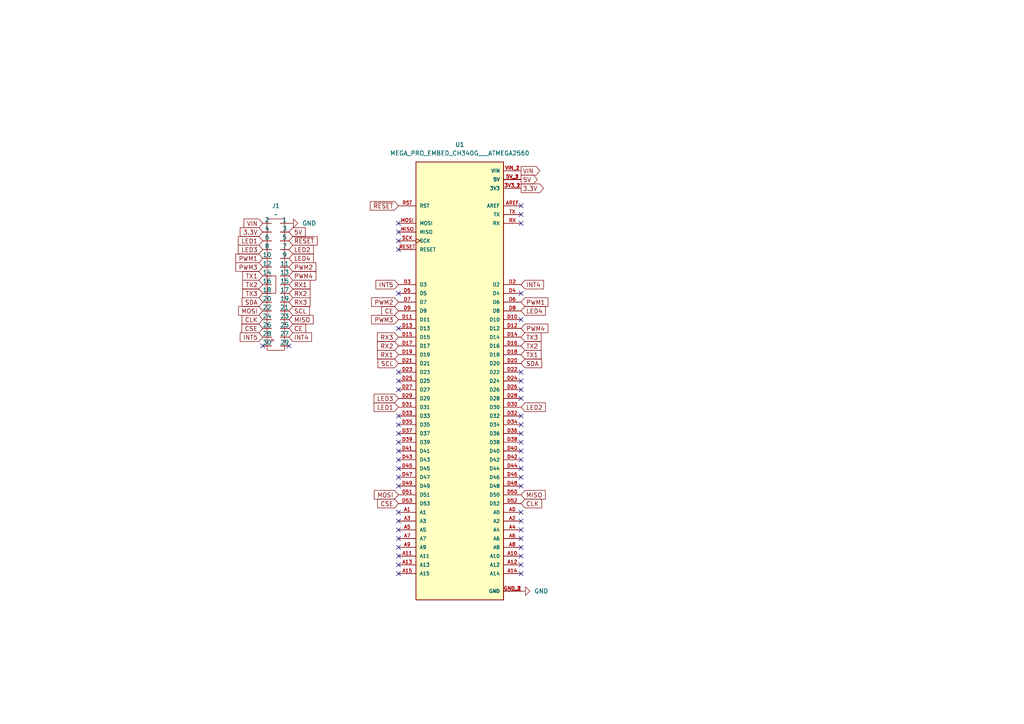
<source format=kicad_sch>
(kicad_sch
	(version 20231120)
	(generator "eeschema")
	(generator_version "8.0")
	(uuid "e60a0883-7644-45ed-83bb-c4bcc2ea357f")
	(paper "A4")
	(lib_symbols
		(symbol "IDC_connector:IDC_2x15_Mod_standard"
			(pin_numbers hide)
			(pin_names
				(offset 0)
			)
			(exclude_from_sim no)
			(in_bom yes)
			(on_board yes)
			(property "Reference" "J"
				(at -3.81 13.97 0)
				(effects
					(font
						(size 1.27 1.27)
					)
				)
			)
			(property "Value" ""
				(at -3.81 15.24 0)
				(effects
					(font
						(size 1.27 1.27)
					)
				)
			)
			(property "Footprint" "Connector_IDC:IDC-Header_2x15_P2.54mm_Horizontal"
				(at -4.826 28.702 0)
				(effects
					(font
						(size 1.27 1.27)
					)
					(hide yes)
				)
			)
			(property "Datasheet" ""
				(at -3.81 15.24 0)
				(effects
					(font
						(size 1.27 1.27)
					)
					(hide yes)
				)
			)
			(property "Description" "IDC connector, 2x15, THT"
				(at -3.556 -13.462 0)
				(effects
					(font
						(size 1.27 1.27)
					)
					(hide yes)
				)
			)
			(symbol "IDC_2x15_Mod_standard_0_1"
				(rectangle
					(start -6.35 26.67)
					(end -1.27 -11.43)
					(stroke
						(width 0)
						(type default)
					)
					(fill
						(type none)
					)
				)
			)
			(symbol "IDC_2x15_Mod_standard_1_1"
				(rectangle
					(start -3.81 10.16)
					(end -6.35 5.08)
					(stroke
						(width 0)
						(type default)
					)
					(fill
						(type none)
					)
				)
				(polyline
					(pts
						(xy -5.08 -8.89) (xy -4.3604 -8.4987) (xy -5.0777 -8.133) (xy -5.08 -8.89)
					)
					(stroke
						(width 0)
						(type default)
					)
					(fill
						(type none)
					)
				)
				(pin bidirectional line
					(at 0 -10.16 180)
					(length 2.54)
					(name "29"
						(effects
							(font
								(size 1.27 1.27)
							)
						)
					)
					(number "1"
						(effects
							(font
								(size 1.27 1.27)
							)
						)
					)
				)
				(pin bidirectional line
					(at -7.62 0 0)
					(length 2.54)
					(name "22"
						(effects
							(font
								(size 1.27 1.27)
							)
						)
					)
					(number "10"
						(effects
							(font
								(size 1.27 1.27)
							)
						)
					)
				)
				(pin bidirectional line
					(at 0 2.54 180)
					(length 2.54)
					(name "19"
						(effects
							(font
								(size 1.27 1.27)
							)
						)
					)
					(number "11"
						(effects
							(font
								(size 1.27 1.27)
							)
						)
					)
				)
				(pin bidirectional line
					(at -7.62 2.54 0)
					(length 2.54)
					(name "20"
						(effects
							(font
								(size 1.27 1.27)
							)
						)
					)
					(number "12"
						(effects
							(font
								(size 1.27 1.27)
							)
						)
					)
				)
				(pin bidirectional line
					(at 0 5.08 180)
					(length 2.54)
					(name "17"
						(effects
							(font
								(size 1.27 1.27)
							)
						)
					)
					(number "13"
						(effects
							(font
								(size 1.27 1.27)
							)
						)
					)
				)
				(pin bidirectional line
					(at -7.62 5.08 0)
					(length 2.54)
					(name "18"
						(effects
							(font
								(size 1.27 1.27)
							)
						)
					)
					(number "14"
						(effects
							(font
								(size 1.27 1.27)
							)
						)
					)
				)
				(pin bidirectional line
					(at 0 7.62 180)
					(length 2.54)
					(name "15"
						(effects
							(font
								(size 1.27 1.27)
							)
						)
					)
					(number "15"
						(effects
							(font
								(size 1.27 1.27)
							)
						)
					)
				)
				(pin bidirectional line
					(at -7.62 7.62 0)
					(length 2.54)
					(name "16"
						(effects
							(font
								(size 1.27 1.27)
							)
						)
					)
					(number "16"
						(effects
							(font
								(size 1.27 1.27)
							)
						)
					)
				)
				(pin bidirectional line
					(at 0 10.16 180)
					(length 2.54)
					(name "13"
						(effects
							(font
								(size 1.27 1.27)
							)
						)
					)
					(number "17"
						(effects
							(font
								(size 1.27 1.27)
							)
						)
					)
				)
				(pin bidirectional line
					(at -7.62 10.16 0)
					(length 2.54)
					(name "14"
						(effects
							(font
								(size 1.27 1.27)
							)
						)
					)
					(number "18"
						(effects
							(font
								(size 1.27 1.27)
							)
						)
					)
				)
				(pin bidirectional line
					(at 0 12.7 180)
					(length 2.54)
					(name "11"
						(effects
							(font
								(size 1.27 1.27)
							)
						)
					)
					(number "19"
						(effects
							(font
								(size 1.27 1.27)
							)
						)
					)
				)
				(pin bidirectional line
					(at -7.62 -10.16 0)
					(length 2.54)
					(name "30"
						(effects
							(font
								(size 1.27 1.27)
							)
						)
					)
					(number "2"
						(effects
							(font
								(size 1.27 1.27)
							)
						)
					)
				)
				(pin bidirectional line
					(at -7.62 12.7 0)
					(length 2.54)
					(name "12"
						(effects
							(font
								(size 1.27 1.27)
							)
						)
					)
					(number "20"
						(effects
							(font
								(size 1.27 1.27)
							)
						)
					)
				)
				(pin bidirectional line
					(at 0 15.24 180)
					(length 2.54)
					(name "9"
						(effects
							(font
								(size 1.27 1.27)
							)
						)
					)
					(number "21"
						(effects
							(font
								(size 1.27 1.27)
							)
						)
					)
				)
				(pin bidirectional line
					(at -7.62 15.24 0)
					(length 2.54)
					(name "10"
						(effects
							(font
								(size 1.27 1.27)
							)
						)
					)
					(number "22"
						(effects
							(font
								(size 1.27 1.27)
							)
						)
					)
				)
				(pin bidirectional line
					(at 0 17.78 180)
					(length 2.54)
					(name "7"
						(effects
							(font
								(size 1.27 1.27)
							)
						)
					)
					(number "23"
						(effects
							(font
								(size 1.27 1.27)
							)
						)
					)
				)
				(pin bidirectional line
					(at -7.62 17.78 0)
					(length 2.54)
					(name "8"
						(effects
							(font
								(size 1.27 1.27)
							)
						)
					)
					(number "24"
						(effects
							(font
								(size 1.27 1.27)
							)
						)
					)
				)
				(pin bidirectional line
					(at 0 20.32 180)
					(length 2.54)
					(name "5"
						(effects
							(font
								(size 1.27 1.27)
							)
						)
					)
					(number "25"
						(effects
							(font
								(size 1.27 1.27)
							)
						)
					)
				)
				(pin bidirectional line
					(at -7.62 20.32 0)
					(length 2.54)
					(name "6"
						(effects
							(font
								(size 1.27 1.27)
							)
						)
					)
					(number "26"
						(effects
							(font
								(size 1.27 1.27)
							)
						)
					)
				)
				(pin bidirectional line
					(at 0 22.86 180)
					(length 2.54)
					(name "3"
						(effects
							(font
								(size 1.27 1.27)
							)
						)
					)
					(number "27"
						(effects
							(font
								(size 1.27 1.27)
							)
						)
					)
				)
				(pin bidirectional line
					(at -7.62 22.86 0)
					(length 2.54)
					(name "4"
						(effects
							(font
								(size 1.27 1.27)
							)
						)
					)
					(number "28"
						(effects
							(font
								(size 1.27 1.27)
							)
						)
					)
				)
				(pin bidirectional line
					(at 0 25.4 180)
					(length 2.54)
					(name "1"
						(effects
							(font
								(size 1.27 1.27)
							)
						)
					)
					(number "29"
						(effects
							(font
								(size 1.27 1.27)
							)
						)
					)
				)
				(pin bidirectional line
					(at 0 -7.62 180)
					(length 2.54)
					(name "27"
						(effects
							(font
								(size 1.27 1.27)
							)
						)
					)
					(number "3"
						(effects
							(font
								(size 1.27 1.27)
							)
						)
					)
				)
				(pin bidirectional line
					(at -7.62 25.4 0)
					(length 2.54)
					(name "2"
						(effects
							(font
								(size 1.27 1.27)
							)
						)
					)
					(number "30"
						(effects
							(font
								(size 1.27 1.27)
							)
						)
					)
				)
				(pin bidirectional line
					(at -7.62 -7.62 0)
					(length 2.54)
					(name "28"
						(effects
							(font
								(size 1.27 1.27)
							)
						)
					)
					(number "4"
						(effects
							(font
								(size 1.27 1.27)
							)
						)
					)
				)
				(pin bidirectional line
					(at 0 -5.08 180)
					(length 2.54)
					(name "25"
						(effects
							(font
								(size 1.27 1.27)
							)
						)
					)
					(number "5"
						(effects
							(font
								(size 1.27 1.27)
							)
						)
					)
				)
				(pin bidirectional line
					(at -7.62 -5.08 0)
					(length 2.54)
					(name "26"
						(effects
							(font
								(size 1.27 1.27)
							)
						)
					)
					(number "6"
						(effects
							(font
								(size 1.27 1.27)
							)
						)
					)
				)
				(pin bidirectional line
					(at 0 -2.54 180)
					(length 2.54)
					(name "23"
						(effects
							(font
								(size 1.27 1.27)
							)
						)
					)
					(number "7"
						(effects
							(font
								(size 1.27 1.27)
							)
						)
					)
				)
				(pin bidirectional line
					(at -7.62 -2.54 0)
					(length 2.54)
					(name "24"
						(effects
							(font
								(size 1.27 1.27)
							)
						)
					)
					(number "8"
						(effects
							(font
								(size 1.27 1.27)
							)
						)
					)
				)
				(pin bidirectional line
					(at 0 0 180)
					(length 2.54)
					(name "21"
						(effects
							(font
								(size 1.27 1.27)
							)
						)
					)
					(number "9"
						(effects
							(font
								(size 1.27 1.27)
							)
						)
					)
				)
			)
		)
		(symbol "MEGA_PRO_EMBED_CH340G___ATMEGA2560:MEGA_PRO_EMBED_CH340G___ATMEGA2560"
			(pin_names
				(offset 1.016)
			)
			(exclude_from_sim no)
			(in_bom yes)
			(on_board yes)
			(property "Reference" "U"
				(at -12.7 63.5 0)
				(effects
					(font
						(size 1.27 1.27)
					)
					(justify left bottom)
				)
			)
			(property "Value" "MEGA_PRO_EMBED_CH340G___ATMEGA2560"
				(at -12.7 -66.04 0)
				(effects
					(font
						(size 1.27 1.27)
					)
					(justify left bottom)
				)
			)
			(property "Footprint" "MEGA_PRO_EMBED_CH340G___ATMEGA2560:MODULE_MEGA_PRO_EMBED_CH340G___ATMEGA2560"
				(at 0 0 0)
				(effects
					(font
						(size 1.27 1.27)
					)
					(justify bottom)
					(hide yes)
				)
			)
			(property "Datasheet" ""
				(at 0 0 0)
				(effects
					(font
						(size 1.27 1.27)
					)
					(hide yes)
				)
			)
			(property "Description" ""
				(at 0 0 0)
				(effects
					(font
						(size 1.27 1.27)
					)
					(hide yes)
				)
			)
			(property "MF" "Robotdyn"
				(at 0 0 0)
				(effects
					(font
						(size 1.27 1.27)
					)
					(justify bottom)
					(hide yes)
				)
			)
			(property "Description_1" "\n"
				(at 0 0 0)
				(effects
					(font
						(size 1.27 1.27)
					)
					(justify bottom)
					(hide yes)
				)
			)
			(property "Package" "None"
				(at 0 0 0)
				(effects
					(font
						(size 1.27 1.27)
					)
					(justify bottom)
					(hide yes)
				)
			)
			(property "Price" "None"
				(at 0 0 0)
				(effects
					(font
						(size 1.27 1.27)
					)
					(justify bottom)
					(hide yes)
				)
			)
			(property "Check_prices" "https://www.snapeda.com/parts/Mega%20Pro%20Embed%20CH340G%20/%20ATmega2560/Robotdyn/view-part/?ref=eda"
				(at 0 0 0)
				(effects
					(font
						(size 1.27 1.27)
					)
					(justify bottom)
					(hide yes)
				)
			)
			(property "MAXIMUM_PACKAGE_HIEGHT" ""
				(at 0 0 0)
				(effects
					(font
						(size 1.27 1.27)
					)
					(justify bottom)
					(hide yes)
				)
			)
			(property "STANDARD" "Manufacturer Recommendations"
				(at 0 0 0)
				(effects
					(font
						(size 1.27 1.27)
					)
					(justify bottom)
					(hide yes)
				)
			)
			(property "PARTREV" "12/May/2017"
				(at 0 0 0)
				(effects
					(font
						(size 1.27 1.27)
					)
					(justify bottom)
					(hide yes)
				)
			)
			(property "SnapEDA_Link" "https://www.snapeda.com/parts/Mega%20Pro%20Embed%20CH340G%20/%20ATmega2560/Robotdyn/view-part/?ref=snap"
				(at 0 0 0)
				(effects
					(font
						(size 1.27 1.27)
					)
					(justify bottom)
					(hide yes)
				)
			)
			(property "MP" "Mega Pro Embed CH340G / ATmega2560"
				(at 0 0 0)
				(effects
					(font
						(size 1.27 1.27)
					)
					(justify bottom)
					(hide yes)
				)
			)
			(property "Availability" "Not in stock"
				(at 0 0 0)
				(effects
					(font
						(size 1.27 1.27)
					)
					(justify bottom)
					(hide yes)
				)
			)
			(property "MANUFACTURER" "Robotdyn"
				(at 0 0 0)
				(effects
					(font
						(size 1.27 1.27)
					)
					(justify bottom)
					(hide yes)
				)
			)
			(symbol "MEGA_PRO_EMBED_CH340G___ATMEGA2560_0_0"
				(rectangle
					(start -12.7 -63.5)
					(end 12.7 63.5)
					(stroke
						(width 0.254)
						(type default)
					)
					(fill
						(type background)
					)
				)
				(pin power_in line
					(at 17.78 55.88 180)
					(length 5.08)
					(name "3V3"
						(effects
							(font
								(size 1.016 1.016)
							)
						)
					)
					(number "3V3_1"
						(effects
							(font
								(size 1.016 1.016)
							)
						)
					)
				)
				(pin power_in line
					(at 17.78 55.88 180)
					(length 5.08)
					(name "3V3"
						(effects
							(font
								(size 1.016 1.016)
							)
						)
					)
					(number "3V3_2"
						(effects
							(font
								(size 1.016 1.016)
							)
						)
					)
				)
				(pin power_in line
					(at 17.78 58.42 180)
					(length 5.08)
					(name "5V"
						(effects
							(font
								(size 1.016 1.016)
							)
						)
					)
					(number "5V_1"
						(effects
							(font
								(size 1.016 1.016)
							)
						)
					)
				)
				(pin power_in line
					(at 17.78 58.42 180)
					(length 5.08)
					(name "5V"
						(effects
							(font
								(size 1.016 1.016)
							)
						)
					)
					(number "5V_2"
						(effects
							(font
								(size 1.016 1.016)
							)
						)
					)
				)
				(pin power_in line
					(at 17.78 58.42 180)
					(length 5.08)
					(name "5V"
						(effects
							(font
								(size 1.016 1.016)
							)
						)
					)
					(number "5V_3"
						(effects
							(font
								(size 1.016 1.016)
							)
						)
					)
				)
				(pin bidirectional line
					(at 17.78 -38.1 180)
					(length 5.08)
					(name "A0"
						(effects
							(font
								(size 1.016 1.016)
							)
						)
					)
					(number "A0"
						(effects
							(font
								(size 1.016 1.016)
							)
						)
					)
				)
				(pin bidirectional line
					(at -17.78 -38.1 0)
					(length 5.08)
					(name "A1"
						(effects
							(font
								(size 1.016 1.016)
							)
						)
					)
					(number "A1"
						(effects
							(font
								(size 1.016 1.016)
							)
						)
					)
				)
				(pin bidirectional line
					(at 17.78 -50.8 180)
					(length 5.08)
					(name "A10"
						(effects
							(font
								(size 1.016 1.016)
							)
						)
					)
					(number "A10"
						(effects
							(font
								(size 1.016 1.016)
							)
						)
					)
				)
				(pin bidirectional line
					(at -17.78 -50.8 0)
					(length 5.08)
					(name "A11"
						(effects
							(font
								(size 1.016 1.016)
							)
						)
					)
					(number "A11"
						(effects
							(font
								(size 1.016 1.016)
							)
						)
					)
				)
				(pin bidirectional line
					(at 17.78 -53.34 180)
					(length 5.08)
					(name "A12"
						(effects
							(font
								(size 1.016 1.016)
							)
						)
					)
					(number "A12"
						(effects
							(font
								(size 1.016 1.016)
							)
						)
					)
				)
				(pin bidirectional line
					(at -17.78 -53.34 0)
					(length 5.08)
					(name "A13"
						(effects
							(font
								(size 1.016 1.016)
							)
						)
					)
					(number "A13"
						(effects
							(font
								(size 1.016 1.016)
							)
						)
					)
				)
				(pin bidirectional line
					(at 17.78 -55.88 180)
					(length 5.08)
					(name "A14"
						(effects
							(font
								(size 1.016 1.016)
							)
						)
					)
					(number "A14"
						(effects
							(font
								(size 1.016 1.016)
							)
						)
					)
				)
				(pin bidirectional line
					(at -17.78 -55.88 0)
					(length 5.08)
					(name "A15"
						(effects
							(font
								(size 1.016 1.016)
							)
						)
					)
					(number "A15"
						(effects
							(font
								(size 1.016 1.016)
							)
						)
					)
				)
				(pin bidirectional line
					(at 17.78 -40.64 180)
					(length 5.08)
					(name "A2"
						(effects
							(font
								(size 1.016 1.016)
							)
						)
					)
					(number "A2"
						(effects
							(font
								(size 1.016 1.016)
							)
						)
					)
				)
				(pin bidirectional line
					(at -17.78 -40.64 0)
					(length 5.08)
					(name "A3"
						(effects
							(font
								(size 1.016 1.016)
							)
						)
					)
					(number "A3"
						(effects
							(font
								(size 1.016 1.016)
							)
						)
					)
				)
				(pin bidirectional line
					(at 17.78 -43.18 180)
					(length 5.08)
					(name "A4"
						(effects
							(font
								(size 1.016 1.016)
							)
						)
					)
					(number "A4"
						(effects
							(font
								(size 1.016 1.016)
							)
						)
					)
				)
				(pin bidirectional line
					(at -17.78 -43.18 0)
					(length 5.08)
					(name "A5"
						(effects
							(font
								(size 1.016 1.016)
							)
						)
					)
					(number "A5"
						(effects
							(font
								(size 1.016 1.016)
							)
						)
					)
				)
				(pin bidirectional line
					(at 17.78 -45.72 180)
					(length 5.08)
					(name "A6"
						(effects
							(font
								(size 1.016 1.016)
							)
						)
					)
					(number "A6"
						(effects
							(font
								(size 1.016 1.016)
							)
						)
					)
				)
				(pin bidirectional line
					(at -17.78 -45.72 0)
					(length 5.08)
					(name "A7"
						(effects
							(font
								(size 1.016 1.016)
							)
						)
					)
					(number "A7"
						(effects
							(font
								(size 1.016 1.016)
							)
						)
					)
				)
				(pin bidirectional line
					(at 17.78 -48.26 180)
					(length 5.08)
					(name "A8"
						(effects
							(font
								(size 1.016 1.016)
							)
						)
					)
					(number "A8"
						(effects
							(font
								(size 1.016 1.016)
							)
						)
					)
				)
				(pin bidirectional line
					(at -17.78 -48.26 0)
					(length 5.08)
					(name "A9"
						(effects
							(font
								(size 1.016 1.016)
							)
						)
					)
					(number "A9"
						(effects
							(font
								(size 1.016 1.016)
							)
						)
					)
				)
				(pin bidirectional line
					(at 17.78 50.8 180)
					(length 5.08)
					(name "AREF"
						(effects
							(font
								(size 1.016 1.016)
							)
						)
					)
					(number "AREF"
						(effects
							(font
								(size 1.016 1.016)
							)
						)
					)
				)
				(pin bidirectional line
					(at 17.78 17.78 180)
					(length 5.08)
					(name "D10"
						(effects
							(font
								(size 1.016 1.016)
							)
						)
					)
					(number "D10"
						(effects
							(font
								(size 1.016 1.016)
							)
						)
					)
				)
				(pin bidirectional line
					(at -17.78 17.78 0)
					(length 5.08)
					(name "D11"
						(effects
							(font
								(size 1.016 1.016)
							)
						)
					)
					(number "D11"
						(effects
							(font
								(size 1.016 1.016)
							)
						)
					)
				)
				(pin bidirectional line
					(at 17.78 15.24 180)
					(length 5.08)
					(name "D12"
						(effects
							(font
								(size 1.016 1.016)
							)
						)
					)
					(number "D12"
						(effects
							(font
								(size 1.016 1.016)
							)
						)
					)
				)
				(pin bidirectional line
					(at -17.78 15.24 0)
					(length 5.08)
					(name "D13"
						(effects
							(font
								(size 1.016 1.016)
							)
						)
					)
					(number "D13"
						(effects
							(font
								(size 1.016 1.016)
							)
						)
					)
				)
				(pin bidirectional line
					(at 17.78 12.7 180)
					(length 5.08)
					(name "D14"
						(effects
							(font
								(size 1.016 1.016)
							)
						)
					)
					(number "D14"
						(effects
							(font
								(size 1.016 1.016)
							)
						)
					)
				)
				(pin bidirectional line
					(at -17.78 12.7 0)
					(length 5.08)
					(name "D15"
						(effects
							(font
								(size 1.016 1.016)
							)
						)
					)
					(number "D15"
						(effects
							(font
								(size 1.016 1.016)
							)
						)
					)
				)
				(pin bidirectional line
					(at 17.78 10.16 180)
					(length 5.08)
					(name "D16"
						(effects
							(font
								(size 1.016 1.016)
							)
						)
					)
					(number "D16"
						(effects
							(font
								(size 1.016 1.016)
							)
						)
					)
				)
				(pin bidirectional line
					(at -17.78 10.16 0)
					(length 5.08)
					(name "D17"
						(effects
							(font
								(size 1.016 1.016)
							)
						)
					)
					(number "D17"
						(effects
							(font
								(size 1.016 1.016)
							)
						)
					)
				)
				(pin bidirectional line
					(at 17.78 7.62 180)
					(length 5.08)
					(name "D18"
						(effects
							(font
								(size 1.016 1.016)
							)
						)
					)
					(number "D18"
						(effects
							(font
								(size 1.016 1.016)
							)
						)
					)
				)
				(pin bidirectional line
					(at -17.78 7.62 0)
					(length 5.08)
					(name "D19"
						(effects
							(font
								(size 1.016 1.016)
							)
						)
					)
					(number "D19"
						(effects
							(font
								(size 1.016 1.016)
							)
						)
					)
				)
				(pin bidirectional line
					(at 17.78 27.94 180)
					(length 5.08)
					(name "D2"
						(effects
							(font
								(size 1.016 1.016)
							)
						)
					)
					(number "D2"
						(effects
							(font
								(size 1.016 1.016)
							)
						)
					)
				)
				(pin bidirectional line
					(at 17.78 5.08 180)
					(length 5.08)
					(name "D20"
						(effects
							(font
								(size 1.016 1.016)
							)
						)
					)
					(number "D20"
						(effects
							(font
								(size 1.016 1.016)
							)
						)
					)
				)
				(pin bidirectional line
					(at -17.78 5.08 0)
					(length 5.08)
					(name "D21"
						(effects
							(font
								(size 1.016 1.016)
							)
						)
					)
					(number "D21"
						(effects
							(font
								(size 1.016 1.016)
							)
						)
					)
				)
				(pin bidirectional line
					(at 17.78 2.54 180)
					(length 5.08)
					(name "D22"
						(effects
							(font
								(size 1.016 1.016)
							)
						)
					)
					(number "D22"
						(effects
							(font
								(size 1.016 1.016)
							)
						)
					)
				)
				(pin bidirectional line
					(at -17.78 2.54 0)
					(length 5.08)
					(name "D23"
						(effects
							(font
								(size 1.016 1.016)
							)
						)
					)
					(number "D23"
						(effects
							(font
								(size 1.016 1.016)
							)
						)
					)
				)
				(pin bidirectional line
					(at 17.78 0 180)
					(length 5.08)
					(name "D24"
						(effects
							(font
								(size 1.016 1.016)
							)
						)
					)
					(number "D24"
						(effects
							(font
								(size 1.016 1.016)
							)
						)
					)
				)
				(pin bidirectional line
					(at -17.78 0 0)
					(length 5.08)
					(name "D25"
						(effects
							(font
								(size 1.016 1.016)
							)
						)
					)
					(number "D25"
						(effects
							(font
								(size 1.016 1.016)
							)
						)
					)
				)
				(pin bidirectional line
					(at 17.78 -2.54 180)
					(length 5.08)
					(name "D26"
						(effects
							(font
								(size 1.016 1.016)
							)
						)
					)
					(number "D26"
						(effects
							(font
								(size 1.016 1.016)
							)
						)
					)
				)
				(pin bidirectional line
					(at -17.78 -2.54 0)
					(length 5.08)
					(name "D27"
						(effects
							(font
								(size 1.016 1.016)
							)
						)
					)
					(number "D27"
						(effects
							(font
								(size 1.016 1.016)
							)
						)
					)
				)
				(pin bidirectional line
					(at 17.78 -5.08 180)
					(length 5.08)
					(name "D28"
						(effects
							(font
								(size 1.016 1.016)
							)
						)
					)
					(number "D28"
						(effects
							(font
								(size 1.016 1.016)
							)
						)
					)
				)
				(pin bidirectional line
					(at -17.78 -5.08 0)
					(length 5.08)
					(name "D29"
						(effects
							(font
								(size 1.016 1.016)
							)
						)
					)
					(number "D29"
						(effects
							(font
								(size 1.016 1.016)
							)
						)
					)
				)
				(pin bidirectional line
					(at -17.78 27.94 0)
					(length 5.08)
					(name "D3"
						(effects
							(font
								(size 1.016 1.016)
							)
						)
					)
					(number "D3"
						(effects
							(font
								(size 1.016 1.016)
							)
						)
					)
				)
				(pin bidirectional line
					(at 17.78 -7.62 180)
					(length 5.08)
					(name "D30"
						(effects
							(font
								(size 1.016 1.016)
							)
						)
					)
					(number "D30"
						(effects
							(font
								(size 1.016 1.016)
							)
						)
					)
				)
				(pin bidirectional line
					(at -17.78 -7.62 0)
					(length 5.08)
					(name "D31"
						(effects
							(font
								(size 1.016 1.016)
							)
						)
					)
					(number "D31"
						(effects
							(font
								(size 1.016 1.016)
							)
						)
					)
				)
				(pin bidirectional line
					(at 17.78 -10.16 180)
					(length 5.08)
					(name "D32"
						(effects
							(font
								(size 1.016 1.016)
							)
						)
					)
					(number "D32"
						(effects
							(font
								(size 1.016 1.016)
							)
						)
					)
				)
				(pin bidirectional line
					(at -17.78 -10.16 0)
					(length 5.08)
					(name "D33"
						(effects
							(font
								(size 1.016 1.016)
							)
						)
					)
					(number "D33"
						(effects
							(font
								(size 1.016 1.016)
							)
						)
					)
				)
				(pin bidirectional line
					(at 17.78 -12.7 180)
					(length 5.08)
					(name "D34"
						(effects
							(font
								(size 1.016 1.016)
							)
						)
					)
					(number "D34"
						(effects
							(font
								(size 1.016 1.016)
							)
						)
					)
				)
				(pin bidirectional line
					(at -17.78 -12.7 0)
					(length 5.08)
					(name "D35"
						(effects
							(font
								(size 1.016 1.016)
							)
						)
					)
					(number "D35"
						(effects
							(font
								(size 1.016 1.016)
							)
						)
					)
				)
				(pin bidirectional line
					(at 17.78 -15.24 180)
					(length 5.08)
					(name "D36"
						(effects
							(font
								(size 1.016 1.016)
							)
						)
					)
					(number "D36"
						(effects
							(font
								(size 1.016 1.016)
							)
						)
					)
				)
				(pin bidirectional line
					(at -17.78 -15.24 0)
					(length 5.08)
					(name "D37"
						(effects
							(font
								(size 1.016 1.016)
							)
						)
					)
					(number "D37"
						(effects
							(font
								(size 1.016 1.016)
							)
						)
					)
				)
				(pin bidirectional line
					(at 17.78 -17.78 180)
					(length 5.08)
					(name "D38"
						(effects
							(font
								(size 1.016 1.016)
							)
						)
					)
					(number "D38"
						(effects
							(font
								(size 1.016 1.016)
							)
						)
					)
				)
				(pin bidirectional line
					(at -17.78 -17.78 0)
					(length 5.08)
					(name "D39"
						(effects
							(font
								(size 1.016 1.016)
							)
						)
					)
					(number "D39"
						(effects
							(font
								(size 1.016 1.016)
							)
						)
					)
				)
				(pin bidirectional line
					(at 17.78 25.4 180)
					(length 5.08)
					(name "D4"
						(effects
							(font
								(size 1.016 1.016)
							)
						)
					)
					(number "D4"
						(effects
							(font
								(size 1.016 1.016)
							)
						)
					)
				)
				(pin bidirectional line
					(at 17.78 -20.32 180)
					(length 5.08)
					(name "D40"
						(effects
							(font
								(size 1.016 1.016)
							)
						)
					)
					(number "D40"
						(effects
							(font
								(size 1.016 1.016)
							)
						)
					)
				)
				(pin bidirectional line
					(at -17.78 -20.32 0)
					(length 5.08)
					(name "D41"
						(effects
							(font
								(size 1.016 1.016)
							)
						)
					)
					(number "D41"
						(effects
							(font
								(size 1.016 1.016)
							)
						)
					)
				)
				(pin bidirectional line
					(at 17.78 -22.86 180)
					(length 5.08)
					(name "D42"
						(effects
							(font
								(size 1.016 1.016)
							)
						)
					)
					(number "D42"
						(effects
							(font
								(size 1.016 1.016)
							)
						)
					)
				)
				(pin bidirectional line
					(at -17.78 -22.86 0)
					(length 5.08)
					(name "D43"
						(effects
							(font
								(size 1.016 1.016)
							)
						)
					)
					(number "D43"
						(effects
							(font
								(size 1.016 1.016)
							)
						)
					)
				)
				(pin bidirectional line
					(at 17.78 -25.4 180)
					(length 5.08)
					(name "D44"
						(effects
							(font
								(size 1.016 1.016)
							)
						)
					)
					(number "D44"
						(effects
							(font
								(size 1.016 1.016)
							)
						)
					)
				)
				(pin bidirectional line
					(at -17.78 -25.4 0)
					(length 5.08)
					(name "D45"
						(effects
							(font
								(size 1.016 1.016)
							)
						)
					)
					(number "D45"
						(effects
							(font
								(size 1.016 1.016)
							)
						)
					)
				)
				(pin bidirectional line
					(at 17.78 -27.94 180)
					(length 5.08)
					(name "D46"
						(effects
							(font
								(size 1.016 1.016)
							)
						)
					)
					(number "D46"
						(effects
							(font
								(size 1.016 1.016)
							)
						)
					)
				)
				(pin bidirectional line
					(at -17.78 -27.94 0)
					(length 5.08)
					(name "D47"
						(effects
							(font
								(size 1.016 1.016)
							)
						)
					)
					(number "D47"
						(effects
							(font
								(size 1.016 1.016)
							)
						)
					)
				)
				(pin bidirectional line
					(at 17.78 -30.48 180)
					(length 5.08)
					(name "D48"
						(effects
							(font
								(size 1.016 1.016)
							)
						)
					)
					(number "D48"
						(effects
							(font
								(size 1.016 1.016)
							)
						)
					)
				)
				(pin bidirectional line
					(at -17.78 -30.48 0)
					(length 5.08)
					(name "D49"
						(effects
							(font
								(size 1.016 1.016)
							)
						)
					)
					(number "D49"
						(effects
							(font
								(size 1.016 1.016)
							)
						)
					)
				)
				(pin bidirectional line
					(at -17.78 25.4 0)
					(length 5.08)
					(name "D5"
						(effects
							(font
								(size 1.016 1.016)
							)
						)
					)
					(number "D5"
						(effects
							(font
								(size 1.016 1.016)
							)
						)
					)
				)
				(pin bidirectional line
					(at 17.78 -33.02 180)
					(length 5.08)
					(name "D50"
						(effects
							(font
								(size 1.016 1.016)
							)
						)
					)
					(number "D50"
						(effects
							(font
								(size 1.016 1.016)
							)
						)
					)
				)
				(pin bidirectional line
					(at -17.78 -33.02 0)
					(length 5.08)
					(name "D51"
						(effects
							(font
								(size 1.016 1.016)
							)
						)
					)
					(number "D51"
						(effects
							(font
								(size 1.016 1.016)
							)
						)
					)
				)
				(pin bidirectional line
					(at 17.78 -35.56 180)
					(length 5.08)
					(name "D52"
						(effects
							(font
								(size 1.016 1.016)
							)
						)
					)
					(number "D52"
						(effects
							(font
								(size 1.016 1.016)
							)
						)
					)
				)
				(pin bidirectional line
					(at -17.78 -35.56 0)
					(length 5.08)
					(name "D53"
						(effects
							(font
								(size 1.016 1.016)
							)
						)
					)
					(number "D53"
						(effects
							(font
								(size 1.016 1.016)
							)
						)
					)
				)
				(pin bidirectional line
					(at 17.78 22.86 180)
					(length 5.08)
					(name "D6"
						(effects
							(font
								(size 1.016 1.016)
							)
						)
					)
					(number "D6"
						(effects
							(font
								(size 1.016 1.016)
							)
						)
					)
				)
				(pin bidirectional line
					(at -17.78 22.86 0)
					(length 5.08)
					(name "D7"
						(effects
							(font
								(size 1.016 1.016)
							)
						)
					)
					(number "D7"
						(effects
							(font
								(size 1.016 1.016)
							)
						)
					)
				)
				(pin bidirectional line
					(at 17.78 20.32 180)
					(length 5.08)
					(name "D8"
						(effects
							(font
								(size 1.016 1.016)
							)
						)
					)
					(number "D8"
						(effects
							(font
								(size 1.016 1.016)
							)
						)
					)
				)
				(pin bidirectional line
					(at -17.78 20.32 0)
					(length 5.08)
					(name "D9"
						(effects
							(font
								(size 1.016 1.016)
							)
						)
					)
					(number "D9"
						(effects
							(font
								(size 1.016 1.016)
							)
						)
					)
				)
				(pin power_in line
					(at 17.78 -60.96 180)
					(length 5.08)
					(name "GND"
						(effects
							(font
								(size 1.016 1.016)
							)
						)
					)
					(number "GND_1"
						(effects
							(font
								(size 1.016 1.016)
							)
						)
					)
				)
				(pin power_in line
					(at 17.78 -60.96 180)
					(length 5.08)
					(name "GND"
						(effects
							(font
								(size 1.016 1.016)
							)
						)
					)
					(number "GND_2"
						(effects
							(font
								(size 1.016 1.016)
							)
						)
					)
				)
				(pin power_in line
					(at 17.78 -60.96 180)
					(length 5.08)
					(name "GND"
						(effects
							(font
								(size 1.016 1.016)
							)
						)
					)
					(number "GND_3"
						(effects
							(font
								(size 1.016 1.016)
							)
						)
					)
				)
				(pin bidirectional line
					(at -17.78 43.18 0)
					(length 5.08)
					(name "MISO"
						(effects
							(font
								(size 1.016 1.016)
							)
						)
					)
					(number "MISO"
						(effects
							(font
								(size 1.016 1.016)
							)
						)
					)
				)
				(pin bidirectional line
					(at -17.78 45.72 0)
					(length 5.08)
					(name "MOSI"
						(effects
							(font
								(size 1.016 1.016)
							)
						)
					)
					(number "MOSI"
						(effects
							(font
								(size 1.016 1.016)
							)
						)
					)
				)
				(pin input line
					(at -17.78 38.1 0)
					(length 5.08)
					(name "RESET"
						(effects
							(font
								(size 1.016 1.016)
							)
						)
					)
					(number "RESET"
						(effects
							(font
								(size 1.016 1.016)
							)
						)
					)
				)
				(pin input line
					(at -17.78 50.8 0)
					(length 5.08)
					(name "RST"
						(effects
							(font
								(size 1.016 1.016)
							)
						)
					)
					(number "RST"
						(effects
							(font
								(size 1.016 1.016)
							)
						)
					)
				)
				(pin input line
					(at 17.78 45.72 180)
					(length 5.08)
					(name "RX"
						(effects
							(font
								(size 1.016 1.016)
							)
						)
					)
					(number "RX"
						(effects
							(font
								(size 1.016 1.016)
							)
						)
					)
				)
				(pin bidirectional clock
					(at -17.78 40.64 0)
					(length 5.08)
					(name "SCK"
						(effects
							(font
								(size 1.016 1.016)
							)
						)
					)
					(number "SCK"
						(effects
							(font
								(size 1.016 1.016)
							)
						)
					)
				)
				(pin output line
					(at 17.78 48.26 180)
					(length 5.08)
					(name "TX"
						(effects
							(font
								(size 1.016 1.016)
							)
						)
					)
					(number "TX"
						(effects
							(font
								(size 1.016 1.016)
							)
						)
					)
				)
				(pin power_in line
					(at 17.78 60.96 180)
					(length 5.08)
					(name "VIN"
						(effects
							(font
								(size 1.016 1.016)
							)
						)
					)
					(number "VIN_1"
						(effects
							(font
								(size 1.016 1.016)
							)
						)
					)
				)
				(pin power_in line
					(at 17.78 60.96 180)
					(length 5.08)
					(name "VIN"
						(effects
							(font
								(size 1.016 1.016)
							)
						)
					)
					(number "VIN_2"
						(effects
							(font
								(size 1.016 1.016)
							)
						)
					)
				)
			)
		)
		(symbol "power:GND"
			(power)
			(pin_numbers hide)
			(pin_names
				(offset 0) hide)
			(exclude_from_sim no)
			(in_bom yes)
			(on_board yes)
			(property "Reference" "#PWR"
				(at 0 -6.35 0)
				(effects
					(font
						(size 1.27 1.27)
					)
					(hide yes)
				)
			)
			(property "Value" "GND"
				(at 0 -3.81 0)
				(effects
					(font
						(size 1.27 1.27)
					)
				)
			)
			(property "Footprint" ""
				(at 0 0 0)
				(effects
					(font
						(size 1.27 1.27)
					)
					(hide yes)
				)
			)
			(property "Datasheet" ""
				(at 0 0 0)
				(effects
					(font
						(size 1.27 1.27)
					)
					(hide yes)
				)
			)
			(property "Description" "Power symbol creates a global label with name \"GND\" , ground"
				(at 0 0 0)
				(effects
					(font
						(size 1.27 1.27)
					)
					(hide yes)
				)
			)
			(property "ki_keywords" "global power"
				(at 0 0 0)
				(effects
					(font
						(size 1.27 1.27)
					)
					(hide yes)
				)
			)
			(symbol "GND_0_1"
				(polyline
					(pts
						(xy 0 0) (xy 0 -1.27) (xy 1.27 -1.27) (xy 0 -2.54) (xy -1.27 -1.27) (xy 0 -1.27)
					)
					(stroke
						(width 0)
						(type default)
					)
					(fill
						(type none)
					)
				)
			)
			(symbol "GND_1_1"
				(pin power_in line
					(at 0 0 270)
					(length 0)
					(name "~"
						(effects
							(font
								(size 1.27 1.27)
							)
						)
					)
					(number "1"
						(effects
							(font
								(size 1.27 1.27)
							)
						)
					)
				)
			)
		)
	)
	(no_connect
		(at 115.57 85.09)
		(uuid "03c2877f-977f-4b2e-84f6-9522496fc98a")
	)
	(no_connect
		(at 151.13 153.67)
		(uuid "0c1192bf-36dd-46e3-8c6a-a856c8460824")
	)
	(no_connect
		(at 151.13 107.95)
		(uuid "0dceacdf-fe76-4e10-99d5-d3d719e3a369")
	)
	(no_connect
		(at 115.57 135.89)
		(uuid "0f5c65af-1eb3-476e-995c-b5acafd96a5a")
	)
	(no_connect
		(at 115.57 120.65)
		(uuid "11c1a035-535a-4531-bf2f-fb6440ca0094")
	)
	(no_connect
		(at 151.13 64.77)
		(uuid "13ff06b4-d2ff-47d6-b2b0-185340f46ed5")
	)
	(no_connect
		(at 115.57 163.83)
		(uuid "1a92c4e1-fd03-4844-a904-a8ec5b36b897")
	)
	(no_connect
		(at 151.13 123.19)
		(uuid "1d78b36f-3984-4343-88d3-838ef1bbe159")
	)
	(no_connect
		(at 115.57 140.97)
		(uuid "1ef3b61a-60c2-4b10-9d62-fe232389c5ce")
	)
	(no_connect
		(at 115.57 67.31)
		(uuid "26ffad89-2392-4459-96a1-f318bbd042f9")
	)
	(no_connect
		(at 115.57 107.95)
		(uuid "27079d5e-1aa2-463d-9443-44c8a7319358")
	)
	(no_connect
		(at 151.13 62.23)
		(uuid "29bce28a-b74e-4c7c-9f41-41d2199a3650")
	)
	(no_connect
		(at 151.13 85.09)
		(uuid "2a563c38-eaee-4170-a917-bf9198266d72")
	)
	(no_connect
		(at 115.57 158.75)
		(uuid "2b311ed9-e7f0-4236-85e9-71a0ba8f2eef")
	)
	(no_connect
		(at 151.13 161.29)
		(uuid "42e92af7-80f3-4103-b229-a51593c1b697")
	)
	(no_connect
		(at 151.13 158.75)
		(uuid "4a4d63ce-0e33-48b2-86ea-453f03970561")
	)
	(no_connect
		(at 151.13 120.65)
		(uuid "4c26cf07-ec17-43a0-b51e-74ab7baebc6e")
	)
	(no_connect
		(at 151.13 115.57)
		(uuid "54421a64-2878-4b08-a708-55ae2ce18609")
	)
	(no_connect
		(at 151.13 135.89)
		(uuid "595f8cb2-d67e-48d1-a602-41e6db53fc2e")
	)
	(no_connect
		(at 115.57 130.81)
		(uuid "64d9e91f-1c96-4422-9d9b-71192ba14f01")
	)
	(no_connect
		(at 115.57 153.67)
		(uuid "6ae09d3d-c2c5-46f8-b8e0-6dcb51d35c94")
	)
	(no_connect
		(at 115.57 148.59)
		(uuid "6f9fd074-945b-4d63-a1de-90cdda28b88f")
	)
	(no_connect
		(at 115.57 69.85)
		(uuid "77f85586-494a-434b-a64f-5db2c7ea0334")
	)
	(no_connect
		(at 151.13 166.37)
		(uuid "7c6a5e92-1893-4009-813a-da03f62f3178")
	)
	(no_connect
		(at 151.13 156.21)
		(uuid "818ba2da-236d-4694-90b9-22656abe089b")
	)
	(no_connect
		(at 151.13 130.81)
		(uuid "85456535-cc71-4bf1-851c-8d41d556f0bd")
	)
	(no_connect
		(at 115.57 123.19)
		(uuid "8df45632-426d-4b6c-933e-6f50c83bd352")
	)
	(no_connect
		(at 115.57 138.43)
		(uuid "8f51dad2-209c-43d3-9bf8-4d122d26ab93")
	)
	(no_connect
		(at 151.13 163.83)
		(uuid "9035b1e4-3943-4fdd-8de0-5c683b05d194")
	)
	(no_connect
		(at 151.13 110.49)
		(uuid "924f6f1e-c131-4816-814c-e821b49005a8")
	)
	(no_connect
		(at 151.13 128.27)
		(uuid "93eb2a79-b3a6-4eec-ba7f-71b816c050c0")
	)
	(no_connect
		(at 115.57 110.49)
		(uuid "99fec289-0c93-49f0-93b1-7863209ad881")
	)
	(no_connect
		(at 115.57 128.27)
		(uuid "a1b3e4b4-4947-422c-8d5c-3826c765c35c")
	)
	(no_connect
		(at 151.13 59.69)
		(uuid "a27fd479-b792-47f7-bc34-23c6ea2468a4")
	)
	(no_connect
		(at 151.13 148.59)
		(uuid "a5436bcc-b1f1-4625-9629-57f71bf16606")
	)
	(no_connect
		(at 115.57 125.73)
		(uuid "acb37292-9a7c-44a7-9d6c-85411d897f1e")
	)
	(no_connect
		(at 115.57 151.13)
		(uuid "b2775274-b873-4cff-a34a-9f6d18a5ece0")
	)
	(no_connect
		(at 151.13 113.03)
		(uuid "b4ab3c31-9de7-4122-a285-de3841eeb5a3")
	)
	(no_connect
		(at 151.13 151.13)
		(uuid "b823f955-79b9-4265-ae79-d566a29ab6be")
	)
	(no_connect
		(at 115.57 133.35)
		(uuid "c02710b3-c203-4664-b4f1-f962fd31c36b")
	)
	(no_connect
		(at 151.13 125.73)
		(uuid "c4306f9a-11bc-4968-82e2-0b0670d311e9")
	)
	(no_connect
		(at 151.13 140.97)
		(uuid "ccb7522b-8cd3-4893-b12f-0bf6951b5836")
	)
	(no_connect
		(at 151.13 138.43)
		(uuid "d25a83d2-2f89-4ba7-a8fc-bb1c21d9b877")
	)
	(no_connect
		(at 115.57 166.37)
		(uuid "d3af18eb-74ec-4742-a77a-2af2afbb76e6")
	)
	(no_connect
		(at 151.13 133.35)
		(uuid "d59feeb8-f22e-421b-a59b-cd4f5bf4871c")
	)
	(no_connect
		(at 115.57 64.77)
		(uuid "ddc08e3c-1814-47ea-9577-08f9a94afb2e")
	)
	(no_connect
		(at 115.57 113.03)
		(uuid "ed22d588-9214-4db2-b23d-476b76aeedd2")
	)
	(no_connect
		(at 115.57 161.29)
		(uuid "ed89958c-b644-4129-a883-d93ba93732b6")
	)
	(no_connect
		(at 115.57 156.21)
		(uuid "f4c55931-d381-44f4-b61a-0b79156ab8f1")
	)
	(no_connect
		(at 115.57 72.39)
		(uuid "f7ee8435-b007-4bd9-a8b9-0a0ffbaefb74")
	)
	(no_connect
		(at 151.13 92.71)
		(uuid "f82d480b-9266-4c01-8b0e-6db723fb6425")
	)
	(no_connect
		(at 76.2 100.33)
		(uuid "fc1b6bef-2a45-4830-bf9d-5b1afc68bed3")
	)
	(no_connect
		(at 115.57 95.25)
		(uuid "fdf15442-b580-4af7-a608-60525eb3418b")
	)
	(no_connect
		(at 83.82 100.33)
		(uuid "ff2a7f9e-52d2-48ea-b6bf-962c248c23a7")
	)
	(global_label "PWM3"
		(shape input)
		(at 115.57 92.71 180)
		(fields_autoplaced yes)
		(effects
			(font
				(size 1.27 1.27)
			)
			(justify right)
		)
		(uuid "00433098-a030-417e-8b64-03eb16054689")
		(property "Intersheetrefs" "${INTERSHEET_REFS}"
			(at 107.2025 92.71 0)
			(effects
				(font
					(size 1.27 1.27)
				)
				(justify right)
				(hide yes)
			)
		)
	)
	(global_label "INT5"
		(shape input)
		(at 76.2 97.79 180)
		(fields_autoplaced yes)
		(effects
			(font
				(size 1.27 1.27)
			)
			(justify right)
		)
		(uuid "01aac1be-7639-4525-a80f-b94a52e46d04")
		(property "Intersheetrefs" "${INTERSHEET_REFS}"
			(at 69.1024 97.79 0)
			(effects
				(font
					(size 1.27 1.27)
				)
				(justify right)
				(hide yes)
			)
		)
	)
	(global_label "CLK"
		(shape input)
		(at 76.2 92.71 180)
		(fields_autoplaced yes)
		(effects
			(font
				(size 1.27 1.27)
			)
			(justify right)
		)
		(uuid "01d864ae-b89a-4c5d-8ca9-b6e6adff4edd")
		(property "Intersheetrefs" "${INTERSHEET_REFS}"
			(at 69.6467 92.71 0)
			(effects
				(font
					(size 1.27 1.27)
				)
				(justify right)
				(hide yes)
			)
		)
	)
	(global_label "INT4"
		(shape input)
		(at 83.82 97.79 0)
		(fields_autoplaced yes)
		(effects
			(font
				(size 1.27 1.27)
			)
			(justify left)
		)
		(uuid "034e5a1d-c65e-479f-b212-c30927ed080d")
		(property "Intersheetrefs" "${INTERSHEET_REFS}"
			(at 90.9176 97.79 0)
			(effects
				(font
					(size 1.27 1.27)
				)
				(justify left)
				(hide yes)
			)
		)
	)
	(global_label "LED1"
		(shape input)
		(at 115.57 118.11 180)
		(fields_autoplaced yes)
		(effects
			(font
				(size 1.27 1.27)
			)
			(justify right)
		)
		(uuid "03f9d54c-0343-4d91-88b8-0101ce2584c0")
		(property "Intersheetrefs" "${INTERSHEET_REFS}"
			(at 107.9282 118.11 0)
			(effects
				(font
					(size 1.27 1.27)
				)
				(justify right)
				(hide yes)
			)
		)
	)
	(global_label "~{RESET}"
		(shape input)
		(at 83.82 69.85 0)
		(fields_autoplaced yes)
		(effects
			(font
				(size 1.27 1.27)
			)
			(justify left)
		)
		(uuid "05072834-6105-44d0-af87-043e05278dc1")
		(property "Intersheetrefs" "${INTERSHEET_REFS}"
			(at 92.5503 69.85 0)
			(effects
				(font
					(size 1.27 1.27)
				)
				(justify left)
				(hide yes)
			)
		)
	)
	(global_label "CLK"
		(shape input)
		(at 151.13 146.05 0)
		(fields_autoplaced yes)
		(effects
			(font
				(size 1.27 1.27)
			)
			(justify left)
		)
		(uuid "06e5769c-771b-4108-a56d-979b433cc1fb")
		(property "Intersheetrefs" "${INTERSHEET_REFS}"
			(at 157.6833 146.05 0)
			(effects
				(font
					(size 1.27 1.27)
				)
				(justify left)
				(hide yes)
			)
		)
	)
	(global_label "LED1"
		(shape input)
		(at 76.2 69.85 180)
		(fields_autoplaced yes)
		(effects
			(font
				(size 1.27 1.27)
			)
			(justify right)
		)
		(uuid "0752fea1-4ee9-4b6d-958f-6dcb9cace95b")
		(property "Intersheetrefs" "${INTERSHEET_REFS}"
			(at 68.5582 69.85 0)
			(effects
				(font
					(size 1.27 1.27)
				)
				(justify right)
				(hide yes)
			)
		)
	)
	(global_label "MOSI"
		(shape input)
		(at 76.2 90.17 180)
		(fields_autoplaced yes)
		(effects
			(font
				(size 1.27 1.27)
			)
			(justify right)
		)
		(uuid "0a219b56-1702-43ca-9f1f-6aa245f3c8c4")
		(property "Intersheetrefs" "${INTERSHEET_REFS}"
			(at 68.6186 90.17 0)
			(effects
				(font
					(size 1.27 1.27)
				)
				(justify right)
				(hide yes)
			)
		)
	)
	(global_label "TX2"
		(shape input)
		(at 151.13 100.33 0)
		(fields_autoplaced yes)
		(effects
			(font
				(size 1.27 1.27)
			)
			(justify left)
		)
		(uuid "0dd6c7ad-067d-4d86-afaf-02f249a81a79")
		(property "Intersheetrefs" "${INTERSHEET_REFS}"
			(at 157.5018 100.33 0)
			(effects
				(font
					(size 1.27 1.27)
				)
				(justify left)
				(hide yes)
			)
		)
	)
	(global_label "SDA"
		(shape input)
		(at 151.13 105.41 0)
		(fields_autoplaced yes)
		(effects
			(font
				(size 1.27 1.27)
			)
			(justify left)
		)
		(uuid "1943a4a9-0750-488f-9687-6200e382905a")
		(property "Intersheetrefs" "${INTERSHEET_REFS}"
			(at 157.6833 105.41 0)
			(effects
				(font
					(size 1.27 1.27)
				)
				(justify left)
				(hide yes)
			)
		)
	)
	(global_label "VIN"
		(shape output)
		(at 151.13 49.53 0)
		(fields_autoplaced yes)
		(effects
			(font
				(size 1.27 1.27)
			)
			(justify left)
		)
		(uuid "1dd05331-3033-44e4-aee1-51f48038541a")
		(property "Intersheetrefs" "${INTERSHEET_REFS}"
			(at 157.1391 49.53 0)
			(effects
				(font
					(size 1.27 1.27)
				)
				(justify left)
				(hide yes)
			)
		)
	)
	(global_label "LED3"
		(shape input)
		(at 115.57 115.57 180)
		(fields_autoplaced yes)
		(effects
			(font
				(size 1.27 1.27)
			)
			(justify right)
		)
		(uuid "2329706e-d090-4f3b-9091-3fc8ceb0149b")
		(property "Intersheetrefs" "${INTERSHEET_REFS}"
			(at 107.9282 115.57 0)
			(effects
				(font
					(size 1.27 1.27)
				)
				(justify right)
				(hide yes)
			)
		)
	)
	(global_label "RX2"
		(shape input)
		(at 83.82 85.09 0)
		(fields_autoplaced yes)
		(effects
			(font
				(size 1.27 1.27)
			)
			(justify left)
		)
		(uuid "27c55c08-e41b-47d5-9c17-7f5cc11456eb")
		(property "Intersheetrefs" "${INTERSHEET_REFS}"
			(at 90.4942 85.09 0)
			(effects
				(font
					(size 1.27 1.27)
				)
				(justify left)
				(hide yes)
			)
		)
	)
	(global_label "PWM1"
		(shape input)
		(at 151.13 87.63 0)
		(fields_autoplaced yes)
		(effects
			(font
				(size 1.27 1.27)
			)
			(justify left)
		)
		(uuid "28ccebfa-3f5b-4409-ada7-680f94e28c09")
		(property "Intersheetrefs" "${INTERSHEET_REFS}"
			(at 159.4975 87.63 0)
			(effects
				(font
					(size 1.27 1.27)
				)
				(justify left)
				(hide yes)
			)
		)
	)
	(global_label "SCL"
		(shape input)
		(at 83.82 90.17 0)
		(fields_autoplaced yes)
		(effects
			(font
				(size 1.27 1.27)
			)
			(justify left)
		)
		(uuid "2b9bbad3-38c5-46ed-937d-165884c97661")
		(property "Intersheetrefs" "${INTERSHEET_REFS}"
			(at 90.3128 90.17 0)
			(effects
				(font
					(size 1.27 1.27)
				)
				(justify left)
				(hide yes)
			)
		)
	)
	(global_label "TX1"
		(shape input)
		(at 151.13 102.87 0)
		(fields_autoplaced yes)
		(effects
			(font
				(size 1.27 1.27)
			)
			(justify left)
		)
		(uuid "3167630e-f971-46bb-b9d3-549c2c02aac9")
		(property "Intersheetrefs" "${INTERSHEET_REFS}"
			(at 157.5018 102.87 0)
			(effects
				(font
					(size 1.27 1.27)
				)
				(justify left)
				(hide yes)
			)
		)
	)
	(global_label "3.3V"
		(shape input)
		(at 76.2 67.31 180)
		(fields_autoplaced yes)
		(effects
			(font
				(size 1.27 1.27)
			)
			(justify right)
		)
		(uuid "3e595264-d12c-46cf-98ae-db38fca900bf")
		(property "Intersheetrefs" "${INTERSHEET_REFS}"
			(at 69.1024 67.31 0)
			(effects
				(font
					(size 1.27 1.27)
				)
				(justify right)
				(hide yes)
			)
		)
	)
	(global_label "LED2"
		(shape input)
		(at 151.13 118.11 0)
		(fields_autoplaced yes)
		(effects
			(font
				(size 1.27 1.27)
			)
			(justify left)
		)
		(uuid "3f59b301-7bac-48f9-9e6b-c17418f571d3")
		(property "Intersheetrefs" "${INTERSHEET_REFS}"
			(at 158.7718 118.11 0)
			(effects
				(font
					(size 1.27 1.27)
				)
				(justify left)
				(hide yes)
			)
		)
	)
	(global_label "RX1"
		(shape input)
		(at 83.82 82.55 0)
		(fields_autoplaced yes)
		(effects
			(font
				(size 1.27 1.27)
			)
			(justify left)
		)
		(uuid "4835bec8-895c-4fc1-ad8c-bfa6e3542d9a")
		(property "Intersheetrefs" "${INTERSHEET_REFS}"
			(at 90.4942 82.55 0)
			(effects
				(font
					(size 1.27 1.27)
				)
				(justify left)
				(hide yes)
			)
		)
	)
	(global_label "TX2"
		(shape input)
		(at 76.2 82.55 180)
		(fields_autoplaced yes)
		(effects
			(font
				(size 1.27 1.27)
			)
			(justify right)
		)
		(uuid "4b275efd-4c59-47d1-8e33-80d3638c2ee9")
		(property "Intersheetrefs" "${INTERSHEET_REFS}"
			(at 69.8282 82.55 0)
			(effects
				(font
					(size 1.27 1.27)
				)
				(justify right)
				(hide yes)
			)
		)
	)
	(global_label "TX1"
		(shape input)
		(at 76.2 80.01 180)
		(fields_autoplaced yes)
		(effects
			(font
				(size 1.27 1.27)
			)
			(justify right)
		)
		(uuid "4bde3478-66d9-4c0d-84ab-6de405d304cf")
		(property "Intersheetrefs" "${INTERSHEET_REFS}"
			(at 69.8282 80.01 0)
			(effects
				(font
					(size 1.27 1.27)
				)
				(justify right)
				(hide yes)
			)
		)
	)
	(global_label "TX3"
		(shape input)
		(at 151.13 97.79 0)
		(fields_autoplaced yes)
		(effects
			(font
				(size 1.27 1.27)
			)
			(justify left)
		)
		(uuid "553c86fe-00b2-4d44-916f-f79d6908fae7")
		(property "Intersheetrefs" "${INTERSHEET_REFS}"
			(at 157.5018 97.79 0)
			(effects
				(font
					(size 1.27 1.27)
				)
				(justify left)
				(hide yes)
			)
		)
	)
	(global_label "MISO"
		(shape input)
		(at 151.13 143.51 0)
		(fields_autoplaced yes)
		(effects
			(font
				(size 1.27 1.27)
			)
			(justify left)
		)
		(uuid "61fdfbf9-a1e5-473c-8dd9-e29e53a0d036")
		(property "Intersheetrefs" "${INTERSHEET_REFS}"
			(at 158.7114 143.51 0)
			(effects
				(font
					(size 1.27 1.27)
				)
				(justify left)
				(hide yes)
			)
		)
	)
	(global_label "5V"
		(shape input)
		(at 83.82 67.31 0)
		(fields_autoplaced yes)
		(effects
			(font
				(size 1.27 1.27)
			)
			(justify left)
		)
		(uuid "647987dc-4861-4283-922a-fb2e871d5294")
		(property "Intersheetrefs" "${INTERSHEET_REFS}"
			(at 89.1033 67.31 0)
			(effects
				(font
					(size 1.27 1.27)
				)
				(justify left)
				(hide yes)
			)
		)
	)
	(global_label "VIN"
		(shape input)
		(at 76.2 64.77 180)
		(fields_autoplaced yes)
		(effects
			(font
				(size 1.27 1.27)
			)
			(justify right)
		)
		(uuid "694336fe-6e63-4138-a645-98c9653b3692")
		(property "Intersheetrefs" "${INTERSHEET_REFS}"
			(at 70.1909 64.77 0)
			(effects
				(font
					(size 1.27 1.27)
				)
				(justify right)
				(hide yes)
			)
		)
	)
	(global_label "LED3"
		(shape input)
		(at 76.2 72.39 180)
		(fields_autoplaced yes)
		(effects
			(font
				(size 1.27 1.27)
			)
			(justify right)
		)
		(uuid "7379b279-3e0f-4e02-a99c-6070a2f19777")
		(property "Intersheetrefs" "${INTERSHEET_REFS}"
			(at 68.5582 72.39 0)
			(effects
				(font
					(size 1.27 1.27)
				)
				(justify right)
				(hide yes)
			)
		)
	)
	(global_label "CE"
		(shape input)
		(at 115.57 90.17 180)
		(fields_autoplaced yes)
		(effects
			(font
				(size 1.27 1.27)
			)
			(justify right)
		)
		(uuid "7a43181b-a5fe-4f1e-8188-35c557a2b26c")
		(property "Intersheetrefs" "${INTERSHEET_REFS}"
			(at 110.1658 90.17 0)
			(effects
				(font
					(size 1.27 1.27)
				)
				(justify right)
				(hide yes)
			)
		)
	)
	(global_label "LED4"
		(shape input)
		(at 83.82 74.93 0)
		(fields_autoplaced yes)
		(effects
			(font
				(size 1.27 1.27)
			)
			(justify left)
		)
		(uuid "7dd0b323-7d77-4cd0-af33-d281946554fa")
		(property "Intersheetrefs" "${INTERSHEET_REFS}"
			(at 91.4618 74.93 0)
			(effects
				(font
					(size 1.27 1.27)
				)
				(justify left)
				(hide yes)
			)
		)
	)
	(global_label "INT5"
		(shape input)
		(at 115.57 82.55 180)
		(fields_autoplaced yes)
		(effects
			(font
				(size 1.27 1.27)
			)
			(justify right)
		)
		(uuid "808d0f3f-ba18-4234-9943-31d535bce43f")
		(property "Intersheetrefs" "${INTERSHEET_REFS}"
			(at 108.4724 82.55 0)
			(effects
				(font
					(size 1.27 1.27)
				)
				(justify right)
				(hide yes)
			)
		)
	)
	(global_label "LED4"
		(shape input)
		(at 151.13 90.17 0)
		(fields_autoplaced yes)
		(effects
			(font
				(size 1.27 1.27)
			)
			(justify left)
		)
		(uuid "816ca2ac-e573-4cc7-853d-94b174096b47")
		(property "Intersheetrefs" "${INTERSHEET_REFS}"
			(at 158.7718 90.17 0)
			(effects
				(font
					(size 1.27 1.27)
				)
				(justify left)
				(hide yes)
			)
		)
	)
	(global_label "5V"
		(shape output)
		(at 151.13 52.07 0)
		(fields_autoplaced yes)
		(effects
			(font
				(size 1.27 1.27)
			)
			(justify left)
		)
		(uuid "82c1c8b2-79c4-4473-9f35-d69dbb7d659f")
		(property "Intersheetrefs" "${INTERSHEET_REFS}"
			(at 156.4133 52.07 0)
			(effects
				(font
					(size 1.27 1.27)
				)
				(justify left)
				(hide yes)
			)
		)
	)
	(global_label "PWM4"
		(shape input)
		(at 83.82 80.01 0)
		(fields_autoplaced yes)
		(effects
			(font
				(size 1.27 1.27)
			)
			(justify left)
		)
		(uuid "877c7488-7df7-444a-921f-f1efaecd742e")
		(property "Intersheetrefs" "${INTERSHEET_REFS}"
			(at 92.1875 80.01 0)
			(effects
				(font
					(size 1.27 1.27)
				)
				(justify left)
				(hide yes)
			)
		)
	)
	(global_label "RX3"
		(shape input)
		(at 115.57 97.79 180)
		(fields_autoplaced yes)
		(effects
			(font
				(size 1.27 1.27)
			)
			(justify right)
		)
		(uuid "891aa3b2-ca0c-4a0c-9000-6cb34500f7be")
		(property "Intersheetrefs" "${INTERSHEET_REFS}"
			(at 108.8958 97.79 0)
			(effects
				(font
					(size 1.27 1.27)
				)
				(justify right)
				(hide yes)
			)
		)
	)
	(global_label "MISO"
		(shape input)
		(at 83.82 92.71 0)
		(fields_autoplaced yes)
		(effects
			(font
				(size 1.27 1.27)
			)
			(justify left)
		)
		(uuid "8f5c6329-6ef9-4ee1-92ff-ba860274d729")
		(property "Intersheetrefs" "${INTERSHEET_REFS}"
			(at 91.4014 92.71 0)
			(effects
				(font
					(size 1.27 1.27)
				)
				(justify left)
				(hide yes)
			)
		)
	)
	(global_label "PWM2"
		(shape input)
		(at 115.57 87.63 180)
		(fields_autoplaced yes)
		(effects
			(font
				(size 1.27 1.27)
			)
			(justify right)
		)
		(uuid "99323248-e2ad-41c8-88c8-f27f5afba23b")
		(property "Intersheetrefs" "${INTERSHEET_REFS}"
			(at 107.2025 87.63 0)
			(effects
				(font
					(size 1.27 1.27)
				)
				(justify right)
				(hide yes)
			)
		)
	)
	(global_label "SDA"
		(shape input)
		(at 76.2 87.63 180)
		(fields_autoplaced yes)
		(effects
			(font
				(size 1.27 1.27)
			)
			(justify right)
		)
		(uuid "a0d112ba-cf94-40fc-a68d-d272adad7404")
		(property "Intersheetrefs" "${INTERSHEET_REFS}"
			(at 69.6467 87.63 0)
			(effects
				(font
					(size 1.27 1.27)
				)
				(justify right)
				(hide yes)
			)
		)
	)
	(global_label "~{RESET}"
		(shape input)
		(at 115.57 59.69 180)
		(fields_autoplaced yes)
		(effects
			(font
				(size 1.27 1.27)
			)
			(justify right)
		)
		(uuid "a5575359-650d-4f50-8f3b-025e4c6c3339")
		(property "Intersheetrefs" "${INTERSHEET_REFS}"
			(at 106.8397 59.69 0)
			(effects
				(font
					(size 1.27 1.27)
				)
				(justify right)
				(hide yes)
			)
		)
	)
	(global_label "RX1"
		(shape input)
		(at 115.57 102.87 180)
		(fields_autoplaced yes)
		(effects
			(font
				(size 1.27 1.27)
			)
			(justify right)
		)
		(uuid "a75848f1-80e5-4006-a65d-a3fd8a7a1eef")
		(property "Intersheetrefs" "${INTERSHEET_REFS}"
			(at 108.8958 102.87 0)
			(effects
				(font
					(size 1.27 1.27)
				)
				(justify right)
				(hide yes)
			)
		)
	)
	(global_label "CSE"
		(shape input)
		(at 76.2 95.25 180)
		(fields_autoplaced yes)
		(effects
			(font
				(size 1.27 1.27)
			)
			(justify right)
		)
		(uuid "a89d7e1b-1bce-4e7c-82ed-f2303cb93a28")
		(property "Intersheetrefs" "${INTERSHEET_REFS}"
			(at 69.5863 95.25 0)
			(effects
				(font
					(size 1.27 1.27)
				)
				(justify right)
				(hide yes)
			)
		)
	)
	(global_label "RX2"
		(shape input)
		(at 115.57 100.33 180)
		(fields_autoplaced yes)
		(effects
			(font
				(size 1.27 1.27)
			)
			(justify right)
		)
		(uuid "ae377594-7ced-41ec-b3a5-3c7b01c2c3f1")
		(property "Intersheetrefs" "${INTERSHEET_REFS}"
			(at 108.8958 100.33 0)
			(effects
				(font
					(size 1.27 1.27)
				)
				(justify right)
				(hide yes)
			)
		)
	)
	(global_label "TX3"
		(shape input)
		(at 76.2 85.09 180)
		(fields_autoplaced yes)
		(effects
			(font
				(size 1.27 1.27)
			)
			(justify right)
		)
		(uuid "b0afade3-e156-481a-a2d2-a1bbb4e7814d")
		(property "Intersheetrefs" "${INTERSHEET_REFS}"
			(at 69.8282 85.09 0)
			(effects
				(font
					(size 1.27 1.27)
				)
				(justify right)
				(hide yes)
			)
		)
	)
	(global_label "INT4"
		(shape input)
		(at 151.13 82.55 0)
		(fields_autoplaced yes)
		(effects
			(font
				(size 1.27 1.27)
			)
			(justify left)
		)
		(uuid "b3811f19-e18d-4b15-946a-ecd70dba9c26")
		(property "Intersheetrefs" "${INTERSHEET_REFS}"
			(at 158.2276 82.55 0)
			(effects
				(font
					(size 1.27 1.27)
				)
				(justify left)
				(hide yes)
			)
		)
	)
	(global_label "PWM2"
		(shape input)
		(at 83.82 77.47 0)
		(fields_autoplaced yes)
		(effects
			(font
				(size 1.27 1.27)
			)
			(justify left)
		)
		(uuid "b3940304-6a76-453f-80b2-bdcc039cd545")
		(property "Intersheetrefs" "${INTERSHEET_REFS}"
			(at 92.1875 77.47 0)
			(effects
				(font
					(size 1.27 1.27)
				)
				(justify left)
				(hide yes)
			)
		)
	)
	(global_label "PWM3"
		(shape input)
		(at 76.2 77.47 180)
		(fields_autoplaced yes)
		(effects
			(font
				(size 1.27 1.27)
			)
			(justify right)
		)
		(uuid "b5205bde-dd57-448b-97d0-2cfb5c249f62")
		(property "Intersheetrefs" "${INTERSHEET_REFS}"
			(at 67.8325 77.47 0)
			(effects
				(font
					(size 1.27 1.27)
				)
				(justify right)
				(hide yes)
			)
		)
	)
	(global_label "LED2"
		(shape input)
		(at 83.82 72.39 0)
		(fields_autoplaced yes)
		(effects
			(font
				(size 1.27 1.27)
			)
			(justify left)
		)
		(uuid "b7d398b7-5143-4838-80be-826e275720eb")
		(property "Intersheetrefs" "${INTERSHEET_REFS}"
			(at 91.4618 72.39 0)
			(effects
				(font
					(size 1.27 1.27)
				)
				(justify left)
				(hide yes)
			)
		)
	)
	(global_label "SCL"
		(shape input)
		(at 115.57 105.41 180)
		(fields_autoplaced yes)
		(effects
			(font
				(size 1.27 1.27)
			)
			(justify right)
		)
		(uuid "b87a4ff9-c7aa-4f8f-8366-d976b7813ea8")
		(property "Intersheetrefs" "${INTERSHEET_REFS}"
			(at 109.0772 105.41 0)
			(effects
				(font
					(size 1.27 1.27)
				)
				(justify right)
				(hide yes)
			)
		)
	)
	(global_label "PWM1"
		(shape input)
		(at 76.2 74.93 180)
		(fields_autoplaced yes)
		(effects
			(font
				(size 1.27 1.27)
			)
			(justify right)
		)
		(uuid "c7366004-11f8-4e31-8dc7-5218f624f327")
		(property "Intersheetrefs" "${INTERSHEET_REFS}"
			(at 67.8325 74.93 0)
			(effects
				(font
					(size 1.27 1.27)
				)
				(justify right)
				(hide yes)
			)
		)
	)
	(global_label "CSE"
		(shape input)
		(at 115.57 146.05 180)
		(fields_autoplaced yes)
		(effects
			(font
				(size 1.27 1.27)
			)
			(justify right)
		)
		(uuid "cd8200df-73a9-4c0c-801d-8a462e59e3a5")
		(property "Intersheetrefs" "${INTERSHEET_REFS}"
			(at 108.9563 146.05 0)
			(effects
				(font
					(size 1.27 1.27)
				)
				(justify right)
				(hide yes)
			)
		)
	)
	(global_label "RX3"
		(shape input)
		(at 83.82 87.63 0)
		(fields_autoplaced yes)
		(effects
			(font
				(size 1.27 1.27)
			)
			(justify left)
		)
		(uuid "d5885dab-5bcd-43b6-a646-9d5a45fefd53")
		(property "Intersheetrefs" "${INTERSHEET_REFS}"
			(at 90.4942 87.63 0)
			(effects
				(font
					(size 1.27 1.27)
				)
				(justify left)
				(hide yes)
			)
		)
	)
	(global_label "CE"
		(shape input)
		(at 83.82 95.25 0)
		(fields_autoplaced yes)
		(effects
			(font
				(size 1.27 1.27)
			)
			(justify left)
		)
		(uuid "d85f93ad-7976-4e09-a26a-a4fecc475e21")
		(property "Intersheetrefs" "${INTERSHEET_REFS}"
			(at 89.2242 95.25 0)
			(effects
				(font
					(size 1.27 1.27)
				)
				(justify left)
				(hide yes)
			)
		)
	)
	(global_label "PWM4"
		(shape input)
		(at 151.13 95.25 0)
		(fields_autoplaced yes)
		(effects
			(font
				(size 1.27 1.27)
			)
			(justify left)
		)
		(uuid "ee27bae7-9ae1-4ed7-a2d5-fca4a995cbd3")
		(property "Intersheetrefs" "${INTERSHEET_REFS}"
			(at 159.4975 95.25 0)
			(effects
				(font
					(size 1.27 1.27)
				)
				(justify left)
				(hide yes)
			)
		)
	)
	(global_label "MOSI"
		(shape input)
		(at 115.57 143.51 180)
		(fields_autoplaced yes)
		(effects
			(font
				(size 1.27 1.27)
			)
			(justify right)
		)
		(uuid "f618128d-de6d-48f7-887d-7f01ecf19ea1")
		(property "Intersheetrefs" "${INTERSHEET_REFS}"
			(at 107.9886 143.51 0)
			(effects
				(font
					(size 1.27 1.27)
				)
				(justify right)
				(hide yes)
			)
		)
	)
	(global_label "3.3V"
		(shape output)
		(at 151.13 54.61 0)
		(fields_autoplaced yes)
		(effects
			(font
				(size 1.27 1.27)
			)
			(justify left)
		)
		(uuid "f970a8ab-f945-43ee-8515-b8f6c9aa6044")
		(property "Intersheetrefs" "${INTERSHEET_REFS}"
			(at 158.2276 54.61 0)
			(effects
				(font
					(size 1.27 1.27)
				)
				(justify left)
				(hide yes)
			)
		)
	)
	(symbol
		(lib_id "IDC_connector:IDC_2x15_Mod_standard")
		(at 83.82 90.17 0)
		(unit 1)
		(exclude_from_sim no)
		(in_bom yes)
		(on_board yes)
		(dnp no)
		(fields_autoplaced yes)
		(uuid "42ea97e0-a23b-4e1e-83b1-2081137cac96")
		(property "Reference" "J1"
			(at 80.01 59.69 0)
			(effects
				(font
					(size 1.27 1.27)
				)
			)
		)
		(property "Value" "~"
			(at 80.01 62.23 0)
			(effects
				(font
					(size 1.27 1.27)
				)
			)
		)
		(property "Footprint" "Connector_IDC:IDC-Header_2x15_P2.54mm_Horizontal"
			(at 78.994 61.468 0)
			(effects
				(font
					(size 1.27 1.27)
				)
				(hide yes)
			)
		)
		(property "Datasheet" ""
			(at 80.01 74.93 0)
			(effects
				(font
					(size 1.27 1.27)
				)
				(hide yes)
			)
		)
		(property "Description" "IDC connector, 2x15, THT"
			(at 80.264 103.632 0)
			(effects
				(font
					(size 1.27 1.27)
				)
				(hide yes)
			)
		)
		(pin "3"
			(uuid "e550646f-530b-41bb-aa9d-84d06676a12a")
		)
		(pin "12"
			(uuid "1d944195-f96d-4f0f-a073-a4e7e4c8539d")
		)
		(pin "5"
			(uuid "333e2181-3021-44a6-897b-0c478b9b453a")
		)
		(pin "9"
			(uuid "2b00252b-3a63-4d0b-9797-c6b8c68ecb22")
		)
		(pin "29"
			(uuid "8528f5b6-bbb7-4849-b3da-373639f2f0a5")
		)
		(pin "27"
			(uuid "a4ffcc6e-2883-4c50-8e2b-71a00a77b369")
		)
		(pin "4"
			(uuid "d95cfc5a-76db-4a60-8b7f-feabb41aab71")
		)
		(pin "14"
			(uuid "d85e4438-dadd-49bb-a2ce-9ab6838c1ba1")
		)
		(pin "26"
			(uuid "73f8c5d2-6f9a-4ad3-a983-6865260e9da4")
		)
		(pin "6"
			(uuid "04edef0e-6c91-4a21-b93e-e04f300a45fb")
		)
		(pin "13"
			(uuid "d6965e7e-d0c2-45b4-aa45-69b969421c58")
		)
		(pin "1"
			(uuid "0dfb863a-7839-4a99-a36e-8f988421d649")
		)
		(pin "18"
			(uuid "3eb4af26-f7dd-4897-bcc3-875c2126dbb8")
		)
		(pin "15"
			(uuid "f5ac4dd2-22f1-46b3-8127-c77cba28abd7")
		)
		(pin "2"
			(uuid "c8877f21-1bfd-45c9-bdd0-26055cf76690")
		)
		(pin "25"
			(uuid "59fa07cf-ed01-489d-825c-4807489516e3")
		)
		(pin "17"
			(uuid "ad3bdefe-062f-4bd9-889f-0c10f47f1f43")
		)
		(pin "7"
			(uuid "130fa44c-209d-4127-90aa-428839fcbaf9")
		)
		(pin "21"
			(uuid "b7f36cf3-739d-4d4c-85f5-0978c3bc52ef")
		)
		(pin "28"
			(uuid "d7506ad4-a2e7-497b-90f8-9863394cbac5")
		)
		(pin "20"
			(uuid "0310faa9-d02a-44b7-9a18-c79594e6b120")
		)
		(pin "24"
			(uuid "e2230a86-c375-45af-a633-8474672b6a4f")
		)
		(pin "22"
			(uuid "f719a1ad-a1c8-46a9-9310-514dea57f036")
		)
		(pin "23"
			(uuid "4bfa8c46-b831-47fa-9711-be2d0732432a")
		)
		(pin "30"
			(uuid "8568d72f-789c-4761-81e0-efd795442638")
		)
		(pin "8"
			(uuid "e45cd247-9224-48f7-b916-9c90414f495c")
		)
		(pin "19"
			(uuid "c83d3eed-4bdb-413c-9507-f493f453a2fb")
		)
		(pin "10"
			(uuid "348a8cb1-3ce4-478d-af02-88844f9ed281")
		)
		(pin "11"
			(uuid "3379fbe7-48a9-45dc-aa2f-0eb716c1baff")
		)
		(pin "16"
			(uuid "3d6b3981-b2f4-4e86-ae43-e5fbdd77e05a")
		)
		(instances
			(project "Arduino_xtension_IDC30"
				(path "/e60a0883-7644-45ed-83bb-c4bcc2ea357f"
					(reference "J1")
					(unit 1)
				)
			)
		)
	)
	(symbol
		(lib_id "MEGA_PRO_EMBED_CH340G___ATMEGA2560:MEGA_PRO_EMBED_CH340G___ATMEGA2560")
		(at 133.35 110.49 0)
		(unit 1)
		(exclude_from_sim no)
		(in_bom yes)
		(on_board yes)
		(dnp no)
		(fields_autoplaced yes)
		(uuid "87fd32e2-c9c4-4bb6-a2d4-096c00732f1a")
		(property "Reference" "U1"
			(at 133.35 41.91 0)
			(effects
				(font
					(size 1.27 1.27)
				)
			)
		)
		(property "Value" "MEGA_PRO_EMBED_CH340G___ATMEGA2560"
			(at 133.35 44.45 0)
			(effects
				(font
					(size 1.27 1.27)
				)
			)
		)
		(property "Footprint" "MEGA_PRO_EMBED_CH340G___ATMEGA2560:MODULE_MEGA_PRO_EMBED_CH340G___ATMEGA2560"
			(at 133.35 110.49 0)
			(effects
				(font
					(size 1.27 1.27)
				)
				(justify bottom)
				(hide yes)
			)
		)
		(property "Datasheet" ""
			(at 133.35 110.49 0)
			(effects
				(font
					(size 1.27 1.27)
				)
				(hide yes)
			)
		)
		(property "Description" ""
			(at 133.35 110.49 0)
			(effects
				(font
					(size 1.27 1.27)
				)
				(hide yes)
			)
		)
		(property "MF" "Robotdyn"
			(at 133.35 110.49 0)
			(effects
				(font
					(size 1.27 1.27)
				)
				(justify bottom)
				(hide yes)
			)
		)
		(property "Description_1" "\n"
			(at 133.35 110.49 0)
			(effects
				(font
					(size 1.27 1.27)
				)
				(justify bottom)
				(hide yes)
			)
		)
		(property "Package" "None"
			(at 133.35 110.49 0)
			(effects
				(font
					(size 1.27 1.27)
				)
				(justify bottom)
				(hide yes)
			)
		)
		(property "Price" "None"
			(at 133.35 110.49 0)
			(effects
				(font
					(size 1.27 1.27)
				)
				(justify bottom)
				(hide yes)
			)
		)
		(property "Check_prices" "https://www.snapeda.com/parts/Mega%20Pro%20Embed%20CH340G%20/%20ATmega2560/Robotdyn/view-part/?ref=eda"
			(at 133.35 110.49 0)
			(effects
				(font
					(size 1.27 1.27)
				)
				(justify bottom)
				(hide yes)
			)
		)
		(property "MAXIMUM_PACKAGE_HIEGHT" ""
			(at 133.35 110.49 0)
			(effects
				(font
					(size 1.27 1.27)
				)
				(justify bottom)
				(hide yes)
			)
		)
		(property "STANDARD" "Manufacturer Recommendations"
			(at 133.35 110.49 0)
			(effects
				(font
					(size 1.27 1.27)
				)
				(justify bottom)
				(hide yes)
			)
		)
		(property "PARTREV" "12/May/2017"
			(at 133.35 110.49 0)
			(effects
				(font
					(size 1.27 1.27)
				)
				(justify bottom)
				(hide yes)
			)
		)
		(property "SnapEDA_Link" "https://www.snapeda.com/parts/Mega%20Pro%20Embed%20CH340G%20/%20ATmega2560/Robotdyn/view-part/?ref=snap"
			(at 133.35 110.49 0)
			(effects
				(font
					(size 1.27 1.27)
				)
				(justify bottom)
				(hide yes)
			)
		)
		(property "MP" "Mega Pro Embed CH340G / ATmega2560"
			(at 133.35 110.49 0)
			(effects
				(font
					(size 1.27 1.27)
				)
				(justify bottom)
				(hide yes)
			)
		)
		(property "Availability" "Not in stock"
			(at 133.35 110.49 0)
			(effects
				(font
					(size 1.27 1.27)
				)
				(justify bottom)
				(hide yes)
			)
		)
		(property "MANUFACTURER" "Robotdyn"
			(at 133.35 110.49 0)
			(effects
				(font
					(size 1.27 1.27)
				)
				(justify bottom)
				(hide yes)
			)
		)
		(pin "D29"
			(uuid "54c59f0f-52d2-4d8d-af0a-6b28cf538078")
		)
		(pin "D21"
			(uuid "5af84a03-f6e0-4e81-a8b8-89a5677452d1")
		)
		(pin "D3"
			(uuid "d6a2c7c6-243a-47b8-b63d-538a4fe62dd4")
		)
		(pin "D33"
			(uuid "385ac252-1937-4416-88bb-f9ce3a75d31c")
		)
		(pin "D35"
			(uuid "74dbb684-0173-495d-8b92-2759ee24f261")
		)
		(pin "D36"
			(uuid "272a35c6-e633-4dfb-bd73-f4e4a9db6ec1")
		)
		(pin "D37"
			(uuid "308d457c-0151-478c-ac5b-373dbecea8d8")
		)
		(pin "D26"
			(uuid "e2e5f2e4-95ad-497f-ac9b-1f4ced9b7781")
		)
		(pin "5V_3"
			(uuid "59b67dcf-f4f0-436a-bc37-e3a59803b357")
		)
		(pin "3V3_1"
			(uuid "6f266e47-e493-442d-a89c-96bdd949c2dc")
		)
		(pin "5V_1"
			(uuid "09b92360-c2e2-4bb4-8ff8-899909d91507")
		)
		(pin "A14"
			(uuid "0390c60c-334c-4d9d-b233-d7c512dee0fb")
		)
		(pin "A5"
			(uuid "68cf751f-fa86-4354-9f98-5965ba40849e")
		)
		(pin "D20"
			(uuid "73526afc-1c49-4553-8ac6-ca445220142a")
		)
		(pin "D23"
			(uuid "bf1fa485-a53d-4819-9b85-80767468888b")
		)
		(pin "D30"
			(uuid "4429ba00-5a5f-4bf5-928b-72485b0bf138")
		)
		(pin "5V_2"
			(uuid "6ec95478-59c2-4528-a1d4-9d10a38e327b")
		)
		(pin "D32"
			(uuid "9cc1c700-9260-4c2b-bd06-ec6b9901521c")
		)
		(pin "D4"
			(uuid "9eb7be0d-d611-4969-8f4b-5ff5b0fcb04a")
		)
		(pin "A4"
			(uuid "ecb92381-9751-4ac7-b0f8-a21c379b47ec")
		)
		(pin "D13"
			(uuid "1c75c8c2-7a18-4fdb-9ec3-b378455d367d")
		)
		(pin "A9"
			(uuid "710aa127-eb58-4df4-bded-b27a386f3321")
		)
		(pin "D34"
			(uuid "4f5ca9b2-3ca2-4074-b450-402bb6c1020c")
		)
		(pin "D41"
			(uuid "830a7642-18f6-4b7c-b2fa-5faac6f07a4e")
		)
		(pin "A1"
			(uuid "81d1baae-5414-4e42-a857-c6e7bb5a9cef")
		)
		(pin "D42"
			(uuid "bf730c68-dac2-472a-b94d-91336ff98c42")
		)
		(pin "D17"
			(uuid "2453c2bf-8303-40be-83f1-fdc5c71a8f4e")
		)
		(pin "D44"
			(uuid "185daf5b-f21d-4385-bd04-4675b6cd2103")
		)
		(pin "D40"
			(uuid "187d5001-f40c-4ed9-a50b-ef666643387c")
		)
		(pin "D43"
			(uuid "b67b8d49-77c1-4edb-a2df-a14f45db62e9")
		)
		(pin "D45"
			(uuid "ae9dbc2b-78c7-4b62-94d4-df9ac2e63066")
		)
		(pin "A7"
			(uuid "ddfa7aee-8e72-40d4-98e4-d684314eafac")
		)
		(pin "A11"
			(uuid "2baa0ae4-6734-49e9-ba81-f00bbb8bd0ab")
		)
		(pin "D46"
			(uuid "b348c76d-370d-44fe-9230-d7697ad39cfd")
		)
		(pin "D22"
			(uuid "19b0f2d1-f69e-4a0a-870d-64fa1f9159bf")
		)
		(pin "A10"
			(uuid "bf3f9ca3-0dde-492f-a19e-ef134cec1011")
		)
		(pin "D2"
			(uuid "0f503a5f-f53c-42d5-8c45-9dbbb9e2034a")
		)
		(pin "D27"
			(uuid "bd1d19e6-6bdd-4069-b10c-ece4f12bbf98")
		)
		(pin "AREF"
			(uuid "a6be1f10-f259-44ef-b180-b2973cf524dd")
		)
		(pin "D11"
			(uuid "fc118f64-da5d-44cb-978f-5e048b185eb5")
		)
		(pin "D31"
			(uuid "598d5664-5eac-4a84-b727-e60d73b6fa61")
		)
		(pin "D38"
			(uuid "631f61ce-8321-47bc-9611-f7f91e09f813")
		)
		(pin "D39"
			(uuid "da2a27b2-0917-4760-867a-7635fdaf3668")
		)
		(pin "A15"
			(uuid "667bf77b-79d7-4697-88cc-33a270cf7c1e")
		)
		(pin "A3"
			(uuid "e58c4b1c-7657-489b-8f92-785f06eefb6b")
		)
		(pin "A13"
			(uuid "32965b47-cd04-47be-800d-fc30cfaabace")
		)
		(pin "A8"
			(uuid "32a6c393-e9ba-4a5e-b115-abe674eb5587")
		)
		(pin "A6"
			(uuid "fc7db07f-33ef-4ba9-8b92-199134352ee1")
		)
		(pin "D19"
			(uuid "1b3dc6eb-2670-4b63-b4be-9f215fedb5cf")
		)
		(pin "A0"
			(uuid "60a98d3d-84c7-422c-8078-3228bf09dfcd")
		)
		(pin "D12"
			(uuid "df753d06-6114-4c4a-8ec3-d9b7f82275a3")
		)
		(pin "D14"
			(uuid "b61a19aa-af52-4c15-9482-827c49426e24")
		)
		(pin "D18"
			(uuid "3b789019-08dd-4b2c-98af-3134e0c4314f")
		)
		(pin "D16"
			(uuid "f22b5ceb-4465-45dc-8d93-6d6fc9d42aca")
		)
		(pin "3V3_2"
			(uuid "b537a2c9-8fb3-453d-8a30-ecb4c54ddefb")
		)
		(pin "D10"
			(uuid "40f647d5-06c3-4e28-b04e-fc7bda21312d")
		)
		(pin "D25"
			(uuid "9f051896-882d-4fd4-b9d5-6cb887c3b288")
		)
		(pin "D15"
			(uuid "ffb6815e-5682-4d92-918d-ab71e9b37711")
		)
		(pin "A2"
			(uuid "d73cba02-39e9-4f69-a11c-cb4d2a90fc1e")
		)
		(pin "D24"
			(uuid "63c0028f-3675-48e6-8952-b66f9d656f0d")
		)
		(pin "A12"
			(uuid "73bc41fb-a3a3-481c-9fd4-427f3279f8b9")
		)
		(pin "D28"
			(uuid "8e5994be-d3b4-4ece-b5db-8a464440ad66")
		)
		(pin "VIN_1"
			(uuid "ceb36d9b-ed65-43fe-b590-2a54b1c72757")
		)
		(pin "MOSI"
			(uuid "f09f19b5-587e-4b2e-8023-e4528958d745")
		)
		(pin "D47"
			(uuid "dc573338-497c-416f-838e-f38d2eb82c69")
		)
		(pin "D53"
			(uuid "1f11f12e-6907-4223-a015-2c236fcd40d3")
		)
		(pin "D7"
			(uuid "1c154b80-98b0-47c8-b88b-a57349e50c6f")
		)
		(pin "SCK"
			(uuid "429221ac-be75-43dd-8e88-7ad02bb6a9ba")
		)
		(pin "RESET"
			(uuid "c566b30e-67c3-49b7-991d-1babe1664cda")
		)
		(pin "GND_3"
			(uuid "7eb9bcb8-e884-4f69-9e20-afd166ab99e8")
		)
		(pin "RST"
			(uuid "0789abe4-06f7-4ec4-98e3-eb14e00fa945")
		)
		(pin "TX"
			(uuid "e72c5b3a-eead-40f4-a0ce-ceb9c72f1bd8")
		)
		(pin "MISO"
			(uuid "9e9aff67-ebc3-4d02-a196-8442a69b4020")
		)
		(pin "D51"
			(uuid "6aa9347a-310b-4e1c-a8f0-0a909d7138f0")
		)
		(pin "RX"
			(uuid "78741816-52b8-4007-a20f-22cb779dd67d")
		)
		(pin "D52"
			(uuid "ba6d25f0-e432-41ad-b104-ff4088d5e3cb")
		)
		(pin "D6"
			(uuid "e068ac2c-6532-4f3a-b4dc-f5c00b6faeea")
		)
		(pin "D50"
			(uuid "ad329004-32e0-44d7-afe5-421507d6f647")
		)
		(pin "D8"
			(uuid "1834a25b-4746-406b-b359-d44dea05012f")
		)
		(pin "GND_2"
			(uuid "c3136edc-d861-4d88-b3df-5c0dfdce0cc4")
		)
		(pin "VIN_2"
			(uuid "0d4112f8-bd84-4c9b-8dce-fdeae42dbbbf")
		)
		(pin "GND_1"
			(uuid "764c50ac-bd4a-40a8-882a-dd1e3e855850")
		)
		(pin "D49"
			(uuid "6abc8a53-f91c-426c-84e6-515ddf65e86e")
		)
		(pin "D48"
			(uuid "e58d4d80-34ee-4473-bc39-0b26d08cc122")
		)
		(pin "D5"
			(uuid "7f479080-9fa8-40c5-bff5-b47b7e3bdbe1")
		)
		(pin "D9"
			(uuid "ee4dfa9c-21f9-4d1e-bd41-70194349a221")
		)
		(instances
			(project "Arduino_xtension_IDC30"
				(path "/e60a0883-7644-45ed-83bb-c4bcc2ea357f"
					(reference "U1")
					(unit 1)
				)
			)
		)
	)
	(symbol
		(lib_id "power:GND")
		(at 151.13 171.45 90)
		(unit 1)
		(exclude_from_sim no)
		(in_bom yes)
		(on_board yes)
		(dnp no)
		(fields_autoplaced yes)
		(uuid "ef767084-7572-4072-99b7-81e92ee4e5c7")
		(property "Reference" "#PWR02"
			(at 157.48 171.45 0)
			(effects
				(font
					(size 1.27 1.27)
				)
				(hide yes)
			)
		)
		(property "Value" "GND"
			(at 154.94 171.4499 90)
			(effects
				(font
					(size 1.27 1.27)
				)
				(justify right)
			)
		)
		(property "Footprint" ""
			(at 151.13 171.45 0)
			(effects
				(font
					(size 1.27 1.27)
				)
				(hide yes)
			)
		)
		(property "Datasheet" ""
			(at 151.13 171.45 0)
			(effects
				(font
					(size 1.27 1.27)
				)
				(hide yes)
			)
		)
		(property "Description" "Power symbol creates a global label with name \"GND\" , ground"
			(at 151.13 171.45 0)
			(effects
				(font
					(size 1.27 1.27)
				)
				(hide yes)
			)
		)
		(pin "1"
			(uuid "67570c2e-fb71-4176-858f-a19981a4072c")
		)
		(instances
			(project "Arduino_xtension_IDC30"
				(path "/e60a0883-7644-45ed-83bb-c4bcc2ea357f"
					(reference "#PWR02")
					(unit 1)
				)
			)
		)
	)
	(symbol
		(lib_id "power:GND")
		(at 83.82 64.77 90)
		(unit 1)
		(exclude_from_sim no)
		(in_bom yes)
		(on_board yes)
		(dnp no)
		(fields_autoplaced yes)
		(uuid "feac2739-97cf-4561-8d92-f9041c8c030f")
		(property "Reference" "#PWR01"
			(at 90.17 64.77 0)
			(effects
				(font
					(size 1.27 1.27)
				)
				(hide yes)
			)
		)
		(property "Value" "GND"
			(at 87.63 64.7699 90)
			(effects
				(font
					(size 1.27 1.27)
				)
				(justify right)
			)
		)
		(property "Footprint" ""
			(at 83.82 64.77 0)
			(effects
				(font
					(size 1.27 1.27)
				)
				(hide yes)
			)
		)
		(property "Datasheet" ""
			(at 83.82 64.77 0)
			(effects
				(font
					(size 1.27 1.27)
				)
				(hide yes)
			)
		)
		(property "Description" "Power symbol creates a global label with name \"GND\" , ground"
			(at 83.82 64.77 0)
			(effects
				(font
					(size 1.27 1.27)
				)
				(hide yes)
			)
		)
		(pin "1"
			(uuid "32935177-8682-47a6-ad93-8cf94272e565")
		)
		(instances
			(project "Arduino_xtension_IDC30"
				(path "/e60a0883-7644-45ed-83bb-c4bcc2ea357f"
					(reference "#PWR01")
					(unit 1)
				)
			)
		)
	)
	(sheet_instances
		(path "/"
			(page "1")
		)
	)
)

</source>
